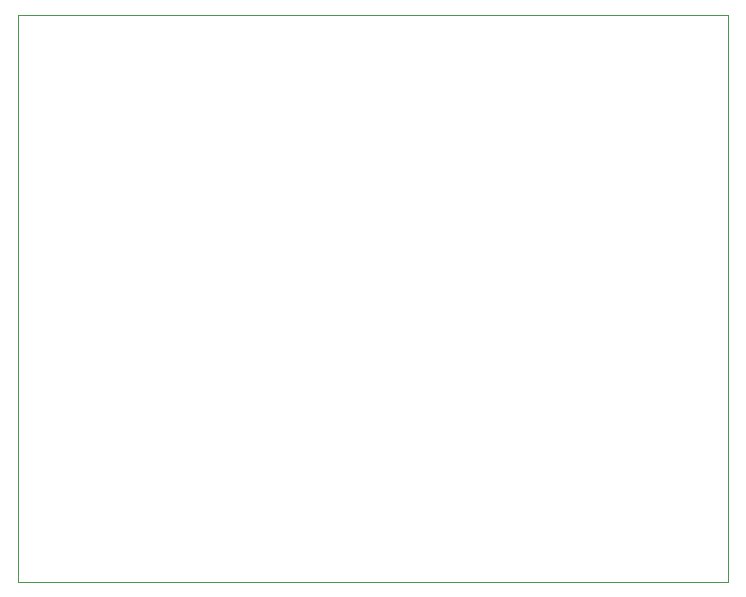
<source format=gbr>
%TF.GenerationSoftware,KiCad,Pcbnew,8.0.1-8.0.1-1~ubuntu22.04.1*%
%TF.CreationDate,2024-04-08T23:00:13-07:00*%
%TF.ProjectId,gps_interposer,6770735f-696e-4746-9572-706f7365722e,rev?*%
%TF.SameCoordinates,Original*%
%TF.FileFunction,Profile,NP*%
%FSLAX46Y46*%
G04 Gerber Fmt 4.6, Leading zero omitted, Abs format (unit mm)*
G04 Created by KiCad (PCBNEW 8.0.1-8.0.1-1~ubuntu22.04.1) date 2024-04-08 23:00:13*
%MOMM*%
%LPD*%
G01*
G04 APERTURE LIST*
%TA.AperFunction,Profile*%
%ADD10C,0.100000*%
%TD*%
G04 APERTURE END LIST*
D10*
X159970000Y-66960000D02*
X220020000Y-66960000D01*
X220020000Y-114990000D01*
X159970000Y-114990000D01*
X159970000Y-66960000D01*
M02*

</source>
